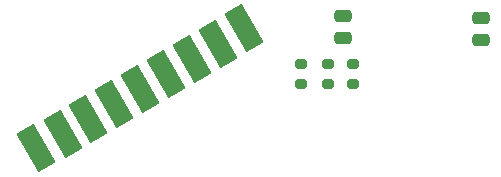
<source format=gtp>
G04 #@! TF.GenerationSoftware,KiCad,Pcbnew,(6.0.2)*
G04 #@! TF.CreationDate,2022-06-23T15:06:55+02:00*
G04 #@! TF.ProjectId,cup_connect,6375705f-636f-46e6-9e65-63742e6b6963,rev?*
G04 #@! TF.SameCoordinates,Original*
G04 #@! TF.FileFunction,Paste,Top*
G04 #@! TF.FilePolarity,Positive*
%FSLAX46Y46*%
G04 Gerber Fmt 4.6, Leading zero omitted, Abs format (unit mm)*
G04 Created by KiCad (PCBNEW (6.0.2)) date 2022-06-23 15:06:55*
%MOMM*%
%LPD*%
G01*
G04 APERTURE LIST*
G04 Aperture macros list*
%AMRoundRect*
0 Rectangle with rounded corners*
0 $1 Rounding radius*
0 $2 $3 $4 $5 $6 $7 $8 $9 X,Y pos of 4 corners*
0 Add a 4 corners polygon primitive as box body*
4,1,4,$2,$3,$4,$5,$6,$7,$8,$9,$2,$3,0*
0 Add four circle primitives for the rounded corners*
1,1,$1+$1,$2,$3*
1,1,$1+$1,$4,$5*
1,1,$1+$1,$6,$7*
1,1,$1+$1,$8,$9*
0 Add four rect primitives between the rounded corners*
20,1,$1+$1,$2,$3,$4,$5,0*
20,1,$1+$1,$4,$5,$6,$7,0*
20,1,$1+$1,$6,$7,$8,$9,0*
20,1,$1+$1,$8,$9,$2,$3,0*%
%AMRotRect*
0 Rectangle, with rotation*
0 The origin of the aperture is its center*
0 $1 length*
0 $2 width*
0 $3 Rotation angle, in degrees counterclockwise*
0 Add horizontal line*
21,1,$1,$2,0,0,$3*%
G04 Aperture macros list end*
%ADD10RoundRect,0.200000X0.275000X-0.200000X0.275000X0.200000X-0.275000X0.200000X-0.275000X-0.200000X0*%
%ADD11RoundRect,0.250000X0.475000X-0.250000X0.475000X0.250000X-0.475000X0.250000X-0.475000X-0.250000X0*%
%ADD12RotRect,3.750000X1.700000X120.000000*%
G04 APERTURE END LIST*
D10*
X-5207000Y-17081000D03*
X-5207000Y-15431000D03*
D11*
X5588000Y-13396000D03*
X5588000Y-11496000D03*
D10*
X-9652000Y-17081000D03*
X-9652000Y-15431000D03*
X-7366000Y-17081000D03*
X-7366000Y-15431000D03*
D11*
X-6096000Y-13208000D03*
X-6096000Y-11308000D03*
D12*
X-32029651Y-22543017D03*
X-29805947Y-21314586D03*
X-27606242Y-20044586D03*
X-25406538Y-18774586D03*
X-23206833Y-17504586D03*
X-21007128Y-16234586D03*
X-18807424Y-14964586D03*
X-16607719Y-13694586D03*
X-14432015Y-12383017D03*
M02*

</source>
